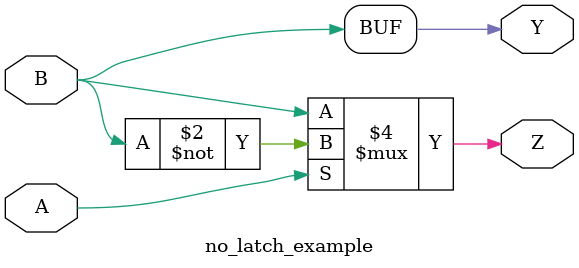
<source format=v>
module no_latch_example(A,B,Y,Z); 
   input  A,B;  
   output Y,Z; 
   reg    Y,Z; 

   always@(A or B)
   begin: p1 
     if (A)
        begin
           Y = B;
           Z = ~ B;
        end
     else 
        begin
           Y = B;
           Z = B;
        end  
     end 
						
endmodule      

</source>
